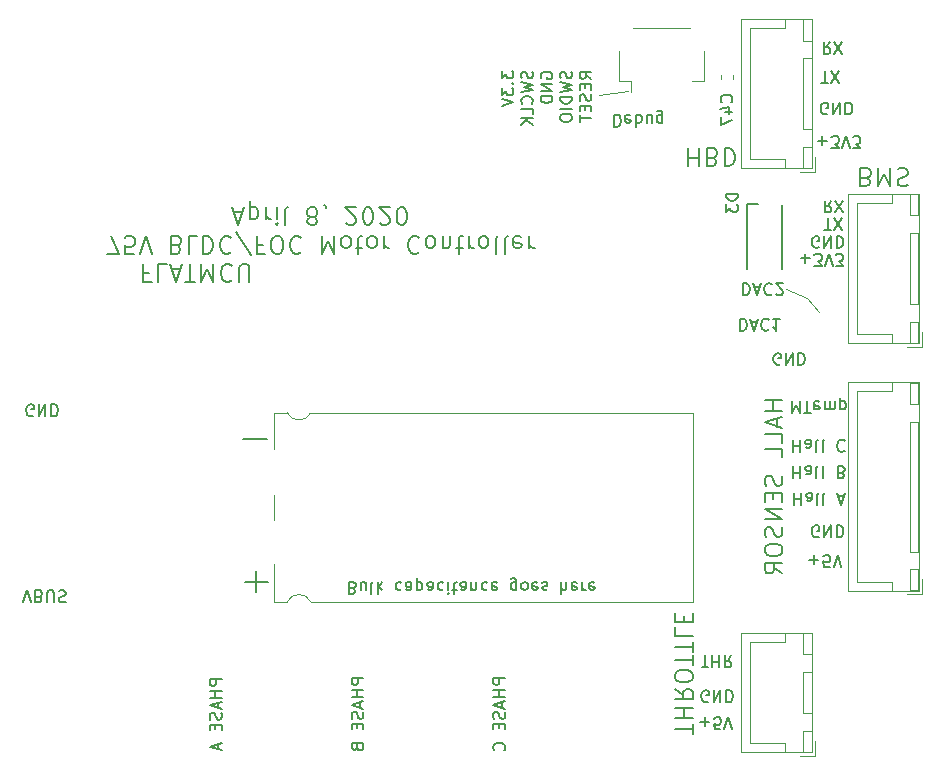
<source format=gbr>
G04 #@! TF.GenerationSoftware,KiCad,Pcbnew,(5.1.2)-2*
G04 #@! TF.CreationDate,2020-04-08T13:50:03-07:00*
G04 #@! TF.ProjectId,flatmcu,666c6174-6d63-4752-9e6b-696361645f70,rev?*
G04 #@! TF.SameCoordinates,PX1312d00PY1312d00*
G04 #@! TF.FileFunction,Legend,Bot*
G04 #@! TF.FilePolarity,Positive*
%FSLAX46Y46*%
G04 Gerber Fmt 4.6, Leading zero omitted, Abs format (unit mm)*
G04 Created by KiCad (PCBNEW (5.1.2)-2) date 2020-04-08 13:50:03*
%MOMM*%
%LPD*%
G04 APERTURE LIST*
%ADD10C,0.120000*%
%ADD11C,0.150000*%
%ADD12C,0.200000*%
G04 APERTURE END LIST*
D10*
X54450000Y-11650000D02*
X56925000Y-11300000D01*
D11*
X46202380Y-9615357D02*
X46202380Y-10234404D01*
X46583333Y-9901071D01*
X46583333Y-10043928D01*
X46630952Y-10139166D01*
X46678571Y-10186785D01*
X46773809Y-10234404D01*
X47011904Y-10234404D01*
X47107142Y-10186785D01*
X47154761Y-10139166D01*
X47202380Y-10043928D01*
X47202380Y-9758214D01*
X47154761Y-9662976D01*
X47107142Y-9615357D01*
X47107142Y-10662976D02*
X47154761Y-10710595D01*
X47202380Y-10662976D01*
X47154761Y-10615357D01*
X47107142Y-10662976D01*
X47202380Y-10662976D01*
X46202380Y-11043928D02*
X46202380Y-11662976D01*
X46583333Y-11329642D01*
X46583333Y-11472500D01*
X46630952Y-11567738D01*
X46678571Y-11615357D01*
X46773809Y-11662976D01*
X47011904Y-11662976D01*
X47107142Y-11615357D01*
X47154761Y-11567738D01*
X47202380Y-11472500D01*
X47202380Y-11186785D01*
X47154761Y-11091547D01*
X47107142Y-11043928D01*
X46202380Y-11948690D02*
X47202380Y-12282023D01*
X46202380Y-12615357D01*
X48804761Y-9662976D02*
X48852380Y-9805833D01*
X48852380Y-10043928D01*
X48804761Y-10139166D01*
X48757142Y-10186785D01*
X48661904Y-10234404D01*
X48566666Y-10234404D01*
X48471428Y-10186785D01*
X48423809Y-10139166D01*
X48376190Y-10043928D01*
X48328571Y-9853452D01*
X48280952Y-9758214D01*
X48233333Y-9710595D01*
X48138095Y-9662976D01*
X48042857Y-9662976D01*
X47947619Y-9710595D01*
X47900000Y-9758214D01*
X47852380Y-9853452D01*
X47852380Y-10091547D01*
X47900000Y-10234404D01*
X47852380Y-10567738D02*
X48852380Y-10805833D01*
X48138095Y-10996309D01*
X48852380Y-11186785D01*
X47852380Y-11424880D01*
X48757142Y-12377261D02*
X48804761Y-12329642D01*
X48852380Y-12186785D01*
X48852380Y-12091547D01*
X48804761Y-11948690D01*
X48709523Y-11853452D01*
X48614285Y-11805833D01*
X48423809Y-11758214D01*
X48280952Y-11758214D01*
X48090476Y-11805833D01*
X47995238Y-11853452D01*
X47900000Y-11948690D01*
X47852380Y-12091547D01*
X47852380Y-12186785D01*
X47900000Y-12329642D01*
X47947619Y-12377261D01*
X48852380Y-13282023D02*
X48852380Y-12805833D01*
X47852380Y-12805833D01*
X48852380Y-13615357D02*
X47852380Y-13615357D01*
X48852380Y-14186785D02*
X48280952Y-13758214D01*
X47852380Y-14186785D02*
X48423809Y-13615357D01*
X49550000Y-10234404D02*
X49502380Y-10139166D01*
X49502380Y-9996309D01*
X49550000Y-9853452D01*
X49645238Y-9758214D01*
X49740476Y-9710595D01*
X49930952Y-9662976D01*
X50073809Y-9662976D01*
X50264285Y-9710595D01*
X50359523Y-9758214D01*
X50454761Y-9853452D01*
X50502380Y-9996309D01*
X50502380Y-10091547D01*
X50454761Y-10234404D01*
X50407142Y-10282023D01*
X50073809Y-10282023D01*
X50073809Y-10091547D01*
X50502380Y-10710595D02*
X49502380Y-10710595D01*
X50502380Y-11282023D01*
X49502380Y-11282023D01*
X50502380Y-11758214D02*
X49502380Y-11758214D01*
X49502380Y-11996309D01*
X49550000Y-12139166D01*
X49645238Y-12234404D01*
X49740476Y-12282023D01*
X49930952Y-12329642D01*
X50073809Y-12329642D01*
X50264285Y-12282023D01*
X50359523Y-12234404D01*
X50454761Y-12139166D01*
X50502380Y-11996309D01*
X50502380Y-11758214D01*
X52104761Y-9662976D02*
X52152380Y-9805833D01*
X52152380Y-10043928D01*
X52104761Y-10139166D01*
X52057142Y-10186785D01*
X51961904Y-10234404D01*
X51866666Y-10234404D01*
X51771428Y-10186785D01*
X51723809Y-10139166D01*
X51676190Y-10043928D01*
X51628571Y-9853452D01*
X51580952Y-9758214D01*
X51533333Y-9710595D01*
X51438095Y-9662976D01*
X51342857Y-9662976D01*
X51247619Y-9710595D01*
X51200000Y-9758214D01*
X51152380Y-9853452D01*
X51152380Y-10091547D01*
X51200000Y-10234404D01*
X51152380Y-10567738D02*
X52152380Y-10805833D01*
X51438095Y-10996309D01*
X52152380Y-11186785D01*
X51152380Y-11424880D01*
X52152380Y-11805833D02*
X51152380Y-11805833D01*
X51152380Y-12043928D01*
X51200000Y-12186785D01*
X51295238Y-12282023D01*
X51390476Y-12329642D01*
X51580952Y-12377261D01*
X51723809Y-12377261D01*
X51914285Y-12329642D01*
X52009523Y-12282023D01*
X52104761Y-12186785D01*
X52152380Y-12043928D01*
X52152380Y-11805833D01*
X52152380Y-12805833D02*
X51152380Y-12805833D01*
X51152380Y-13472500D02*
X51152380Y-13662976D01*
X51200000Y-13758214D01*
X51295238Y-13853452D01*
X51485714Y-13901071D01*
X51819047Y-13901071D01*
X52009523Y-13853452D01*
X52104761Y-13758214D01*
X52152380Y-13662976D01*
X52152380Y-13472500D01*
X52104761Y-13377261D01*
X52009523Y-13282023D01*
X51819047Y-13234404D01*
X51485714Y-13234404D01*
X51295238Y-13282023D01*
X51200000Y-13377261D01*
X51152380Y-13472500D01*
X53802380Y-10282023D02*
X53326190Y-9948690D01*
X53802380Y-9710595D02*
X52802380Y-9710595D01*
X52802380Y-10091547D01*
X52850000Y-10186785D01*
X52897619Y-10234404D01*
X52992857Y-10282023D01*
X53135714Y-10282023D01*
X53230952Y-10234404D01*
X53278571Y-10186785D01*
X53326190Y-10091547D01*
X53326190Y-9710595D01*
X53278571Y-10710595D02*
X53278571Y-11043928D01*
X53802380Y-11186785D02*
X53802380Y-10710595D01*
X52802380Y-10710595D01*
X52802380Y-11186785D01*
X53754761Y-11567738D02*
X53802380Y-11710595D01*
X53802380Y-11948690D01*
X53754761Y-12043928D01*
X53707142Y-12091547D01*
X53611904Y-12139166D01*
X53516666Y-12139166D01*
X53421428Y-12091547D01*
X53373809Y-12043928D01*
X53326190Y-11948690D01*
X53278571Y-11758214D01*
X53230952Y-11662976D01*
X53183333Y-11615357D01*
X53088095Y-11567738D01*
X52992857Y-11567738D01*
X52897619Y-11615357D01*
X52850000Y-11662976D01*
X52802380Y-11758214D01*
X52802380Y-11996309D01*
X52850000Y-12139166D01*
X53278571Y-12567738D02*
X53278571Y-12901071D01*
X53802380Y-13043928D02*
X53802380Y-12567738D01*
X52802380Y-12567738D01*
X52802380Y-13043928D01*
X52802380Y-13329642D02*
X52802380Y-13901071D01*
X53802380Y-13615357D02*
X52802380Y-13615357D01*
D12*
X16350000Y-26757142D02*
X15850000Y-26757142D01*
X15850000Y-25971428D02*
X15850000Y-27471428D01*
X16564285Y-27471428D01*
X17850000Y-25971428D02*
X17135714Y-25971428D01*
X17135714Y-27471428D01*
X18278571Y-26400000D02*
X18992857Y-26400000D01*
X18135714Y-25971428D02*
X18635714Y-27471428D01*
X19135714Y-25971428D01*
X19421428Y-27471428D02*
X20278571Y-27471428D01*
X19850000Y-25971428D02*
X19850000Y-27471428D01*
X20778571Y-25971428D02*
X20778571Y-27471428D01*
X21278571Y-26400000D01*
X21778571Y-27471428D01*
X21778571Y-25971428D01*
X23350000Y-26114285D02*
X23278571Y-26042857D01*
X23064285Y-25971428D01*
X22921428Y-25971428D01*
X22707142Y-26042857D01*
X22564285Y-26185714D01*
X22492857Y-26328571D01*
X22421428Y-26614285D01*
X22421428Y-26828571D01*
X22492857Y-27114285D01*
X22564285Y-27257142D01*
X22707142Y-27400000D01*
X22921428Y-27471428D01*
X23064285Y-27471428D01*
X23278571Y-27400000D01*
X23350000Y-27328571D01*
X23992857Y-27471428D02*
X23992857Y-26257142D01*
X24064285Y-26114285D01*
X24135714Y-26042857D01*
X24278571Y-25971428D01*
X24564285Y-25971428D01*
X24707142Y-26042857D01*
X24778571Y-26114285D01*
X24850000Y-26257142D01*
X24850000Y-27471428D01*
X12778571Y-25096428D02*
X13778571Y-25096428D01*
X13135714Y-23596428D01*
X15064285Y-25096428D02*
X14350000Y-25096428D01*
X14278571Y-24382142D01*
X14350000Y-24453571D01*
X14492857Y-24525000D01*
X14849999Y-24525000D01*
X14992857Y-24453571D01*
X15064285Y-24382142D01*
X15135714Y-24239285D01*
X15135714Y-23882142D01*
X15064285Y-23739285D01*
X14992857Y-23667857D01*
X14849999Y-23596428D01*
X14492857Y-23596428D01*
X14350000Y-23667857D01*
X14278571Y-23739285D01*
X15564285Y-25096428D02*
X16064285Y-23596428D01*
X16564285Y-25096428D01*
X18707142Y-24382142D02*
X18921428Y-24310714D01*
X18992857Y-24239285D01*
X19064285Y-24096428D01*
X19064285Y-23882142D01*
X18992857Y-23739285D01*
X18921428Y-23667857D01*
X18778571Y-23596428D01*
X18207142Y-23596428D01*
X18207142Y-25096428D01*
X18707142Y-25096428D01*
X18849999Y-25025000D01*
X18921428Y-24953571D01*
X18992857Y-24810714D01*
X18992857Y-24667857D01*
X18921428Y-24525000D01*
X18849999Y-24453571D01*
X18707142Y-24382142D01*
X18207142Y-24382142D01*
X20421428Y-23596428D02*
X19707142Y-23596428D01*
X19707142Y-25096428D01*
X20921428Y-23596428D02*
X20921428Y-25096428D01*
X21278571Y-25096428D01*
X21492857Y-25025000D01*
X21635714Y-24882142D01*
X21707142Y-24739285D01*
X21778571Y-24453571D01*
X21778571Y-24239285D01*
X21707142Y-23953571D01*
X21635714Y-23810714D01*
X21492857Y-23667857D01*
X21278571Y-23596428D01*
X20921428Y-23596428D01*
X23278571Y-23739285D02*
X23207142Y-23667857D01*
X22992857Y-23596428D01*
X22849999Y-23596428D01*
X22635714Y-23667857D01*
X22492857Y-23810714D01*
X22421428Y-23953571D01*
X22349999Y-24239285D01*
X22349999Y-24453571D01*
X22421428Y-24739285D01*
X22492857Y-24882142D01*
X22635714Y-25025000D01*
X22849999Y-25096428D01*
X22992857Y-25096428D01*
X23207142Y-25025000D01*
X23278571Y-24953571D01*
X24992857Y-25167857D02*
X23707142Y-23239285D01*
X25992857Y-24382142D02*
X25492857Y-24382142D01*
X25492857Y-23596428D02*
X25492857Y-25096428D01*
X26207142Y-25096428D01*
X27064285Y-25096428D02*
X27349999Y-25096428D01*
X27492857Y-25025000D01*
X27635714Y-24882142D01*
X27707142Y-24596428D01*
X27707142Y-24096428D01*
X27635714Y-23810714D01*
X27492857Y-23667857D01*
X27349999Y-23596428D01*
X27064285Y-23596428D01*
X26921428Y-23667857D01*
X26778571Y-23810714D01*
X26707142Y-24096428D01*
X26707142Y-24596428D01*
X26778571Y-24882142D01*
X26921428Y-25025000D01*
X27064285Y-25096428D01*
X29207142Y-23739285D02*
X29135714Y-23667857D01*
X28921428Y-23596428D01*
X28778571Y-23596428D01*
X28564285Y-23667857D01*
X28421428Y-23810714D01*
X28349999Y-23953571D01*
X28278571Y-24239285D01*
X28278571Y-24453571D01*
X28349999Y-24739285D01*
X28421428Y-24882142D01*
X28564285Y-25025000D01*
X28778571Y-25096428D01*
X28921428Y-25096428D01*
X29135714Y-25025000D01*
X29207142Y-24953571D01*
X30992857Y-23596428D02*
X30992857Y-25096428D01*
X31492857Y-24025000D01*
X31992857Y-25096428D01*
X31992857Y-23596428D01*
X32921428Y-23596428D02*
X32778571Y-23667857D01*
X32707142Y-23739285D01*
X32635714Y-23882142D01*
X32635714Y-24310714D01*
X32707142Y-24453571D01*
X32778571Y-24525000D01*
X32921428Y-24596428D01*
X33135714Y-24596428D01*
X33278571Y-24525000D01*
X33349999Y-24453571D01*
X33421428Y-24310714D01*
X33421428Y-23882142D01*
X33349999Y-23739285D01*
X33278571Y-23667857D01*
X33135714Y-23596428D01*
X32921428Y-23596428D01*
X33849999Y-24596428D02*
X34421428Y-24596428D01*
X34064285Y-25096428D02*
X34064285Y-23810714D01*
X34135714Y-23667857D01*
X34278571Y-23596428D01*
X34421428Y-23596428D01*
X35135714Y-23596428D02*
X34992857Y-23667857D01*
X34921428Y-23739285D01*
X34849999Y-23882142D01*
X34849999Y-24310714D01*
X34921428Y-24453571D01*
X34992857Y-24525000D01*
X35135714Y-24596428D01*
X35349999Y-24596428D01*
X35492857Y-24525000D01*
X35564285Y-24453571D01*
X35635714Y-24310714D01*
X35635714Y-23882142D01*
X35564285Y-23739285D01*
X35492857Y-23667857D01*
X35349999Y-23596428D01*
X35135714Y-23596428D01*
X36278571Y-23596428D02*
X36278571Y-24596428D01*
X36278571Y-24310714D02*
X36349999Y-24453571D01*
X36421428Y-24525000D01*
X36564285Y-24596428D01*
X36707142Y-24596428D01*
X39207142Y-23739285D02*
X39135714Y-23667857D01*
X38921428Y-23596428D01*
X38778571Y-23596428D01*
X38564285Y-23667857D01*
X38421428Y-23810714D01*
X38349999Y-23953571D01*
X38278571Y-24239285D01*
X38278571Y-24453571D01*
X38349999Y-24739285D01*
X38421428Y-24882142D01*
X38564285Y-25025000D01*
X38778571Y-25096428D01*
X38921428Y-25096428D01*
X39135714Y-25025000D01*
X39207142Y-24953571D01*
X40064285Y-23596428D02*
X39921428Y-23667857D01*
X39849999Y-23739285D01*
X39778571Y-23882142D01*
X39778571Y-24310714D01*
X39849999Y-24453571D01*
X39921428Y-24525000D01*
X40064285Y-24596428D01*
X40278571Y-24596428D01*
X40421428Y-24525000D01*
X40492857Y-24453571D01*
X40564285Y-24310714D01*
X40564285Y-23882142D01*
X40492857Y-23739285D01*
X40421428Y-23667857D01*
X40278571Y-23596428D01*
X40064285Y-23596428D01*
X41207142Y-24596428D02*
X41207142Y-23596428D01*
X41207142Y-24453571D02*
X41278571Y-24525000D01*
X41421428Y-24596428D01*
X41635714Y-24596428D01*
X41778571Y-24525000D01*
X41849999Y-24382142D01*
X41849999Y-23596428D01*
X42349999Y-24596428D02*
X42921428Y-24596428D01*
X42564285Y-25096428D02*
X42564285Y-23810714D01*
X42635714Y-23667857D01*
X42778571Y-23596428D01*
X42921428Y-23596428D01*
X43421428Y-23596428D02*
X43421428Y-24596428D01*
X43421428Y-24310714D02*
X43492857Y-24453571D01*
X43564285Y-24525000D01*
X43707142Y-24596428D01*
X43849999Y-24596428D01*
X44564285Y-23596428D02*
X44421428Y-23667857D01*
X44349999Y-23739285D01*
X44278571Y-23882142D01*
X44278571Y-24310714D01*
X44349999Y-24453571D01*
X44421428Y-24525000D01*
X44564285Y-24596428D01*
X44778571Y-24596428D01*
X44921428Y-24525000D01*
X44992857Y-24453571D01*
X45064285Y-24310714D01*
X45064285Y-23882142D01*
X44992857Y-23739285D01*
X44921428Y-23667857D01*
X44778571Y-23596428D01*
X44564285Y-23596428D01*
X45921428Y-23596428D02*
X45778571Y-23667857D01*
X45707142Y-23810714D01*
X45707142Y-25096428D01*
X46707142Y-23596428D02*
X46564285Y-23667857D01*
X46492857Y-23810714D01*
X46492857Y-25096428D01*
X47849999Y-23667857D02*
X47707142Y-23596428D01*
X47421428Y-23596428D01*
X47278571Y-23667857D01*
X47207142Y-23810714D01*
X47207142Y-24382142D01*
X47278571Y-24525000D01*
X47421428Y-24596428D01*
X47707142Y-24596428D01*
X47849999Y-24525000D01*
X47921428Y-24382142D01*
X47921428Y-24239285D01*
X47207142Y-24096428D01*
X48564285Y-23596428D02*
X48564285Y-24596428D01*
X48564285Y-24310714D02*
X48635714Y-24453571D01*
X48707142Y-24525000D01*
X48849999Y-24596428D01*
X48992857Y-24596428D01*
X23528571Y-21575000D02*
X24242857Y-21575000D01*
X23385714Y-21146428D02*
X23885714Y-22646428D01*
X24385714Y-21146428D01*
X24885714Y-22146428D02*
X24885714Y-20646428D01*
X24885714Y-22075000D02*
X25028571Y-22146428D01*
X25314285Y-22146428D01*
X25457142Y-22075000D01*
X25528571Y-22003571D01*
X25600000Y-21860714D01*
X25600000Y-21432142D01*
X25528571Y-21289285D01*
X25457142Y-21217857D01*
X25314285Y-21146428D01*
X25028571Y-21146428D01*
X24885714Y-21217857D01*
X26242857Y-21146428D02*
X26242857Y-22146428D01*
X26242857Y-21860714D02*
X26314285Y-22003571D01*
X26385714Y-22075000D01*
X26528571Y-22146428D01*
X26671428Y-22146428D01*
X27171428Y-21146428D02*
X27171428Y-22146428D01*
X27171428Y-22646428D02*
X27100000Y-22575000D01*
X27171428Y-22503571D01*
X27242857Y-22575000D01*
X27171428Y-22646428D01*
X27171428Y-22503571D01*
X28100000Y-21146428D02*
X27957142Y-21217857D01*
X27885714Y-21360714D01*
X27885714Y-22646428D01*
X30028571Y-22003571D02*
X29885714Y-22075000D01*
X29814285Y-22146428D01*
X29742857Y-22289285D01*
X29742857Y-22360714D01*
X29814285Y-22503571D01*
X29885714Y-22575000D01*
X30028571Y-22646428D01*
X30314285Y-22646428D01*
X30457142Y-22575000D01*
X30528571Y-22503571D01*
X30600000Y-22360714D01*
X30600000Y-22289285D01*
X30528571Y-22146428D01*
X30457142Y-22075000D01*
X30314285Y-22003571D01*
X30028571Y-22003571D01*
X29885714Y-21932142D01*
X29814285Y-21860714D01*
X29742857Y-21717857D01*
X29742857Y-21432142D01*
X29814285Y-21289285D01*
X29885714Y-21217857D01*
X30028571Y-21146428D01*
X30314285Y-21146428D01*
X30457142Y-21217857D01*
X30528571Y-21289285D01*
X30600000Y-21432142D01*
X30600000Y-21717857D01*
X30528571Y-21860714D01*
X30457142Y-21932142D01*
X30314285Y-22003571D01*
X31314285Y-21217857D02*
X31314285Y-21146428D01*
X31242857Y-21003571D01*
X31171428Y-20932142D01*
X33028571Y-22503571D02*
X33100000Y-22575000D01*
X33242857Y-22646428D01*
X33600000Y-22646428D01*
X33742857Y-22575000D01*
X33814285Y-22503571D01*
X33885714Y-22360714D01*
X33885714Y-22217857D01*
X33814285Y-22003571D01*
X32957142Y-21146428D01*
X33885714Y-21146428D01*
X34814285Y-22646428D02*
X34957142Y-22646428D01*
X35100000Y-22575000D01*
X35171428Y-22503571D01*
X35242857Y-22360714D01*
X35314285Y-22075000D01*
X35314285Y-21717857D01*
X35242857Y-21432142D01*
X35171428Y-21289285D01*
X35100000Y-21217857D01*
X34957142Y-21146428D01*
X34814285Y-21146428D01*
X34671428Y-21217857D01*
X34600000Y-21289285D01*
X34528571Y-21432142D01*
X34457142Y-21717857D01*
X34457142Y-22075000D01*
X34528571Y-22360714D01*
X34600000Y-22503571D01*
X34671428Y-22575000D01*
X34814285Y-22646428D01*
X35885714Y-22503571D02*
X35957142Y-22575000D01*
X36100000Y-22646428D01*
X36457142Y-22646428D01*
X36600000Y-22575000D01*
X36671428Y-22503571D01*
X36742857Y-22360714D01*
X36742857Y-22217857D01*
X36671428Y-22003571D01*
X35814285Y-21146428D01*
X36742857Y-21146428D01*
X37671428Y-22646428D02*
X37814285Y-22646428D01*
X37957142Y-22575000D01*
X38028571Y-22503571D01*
X38100000Y-22360714D01*
X38171428Y-22075000D01*
X38171428Y-21717857D01*
X38100000Y-21432142D01*
X38028571Y-21289285D01*
X37957142Y-21217857D01*
X37814285Y-21146428D01*
X37671428Y-21146428D01*
X37528571Y-21217857D01*
X37457142Y-21289285D01*
X37385714Y-21432142D01*
X37314285Y-21717857D01*
X37314285Y-22075000D01*
X37385714Y-22360714D01*
X37457142Y-22503571D01*
X37528571Y-22575000D01*
X37671428Y-22646428D01*
D10*
X28050000Y-38550000D02*
X26950000Y-38550000D01*
X30049999Y-38550000D02*
G75*
G02X28050001Y-38549999I-999999J500000D01*
G01*
X26950000Y-54550000D02*
X28050001Y-54550000D01*
X28050001Y-54550000D02*
G75*
G02X30049999Y-54550001I999999J-500000D01*
G01*
D12*
X26350000Y-40750000D02*
X24350000Y-40750000D01*
X25450000Y-53750000D02*
X25450000Y-51950000D01*
X26450000Y-52850000D02*
X24450000Y-52850000D01*
D11*
X33602380Y-53421428D02*
X33745238Y-53373809D01*
X33792857Y-53326190D01*
X33840476Y-53230952D01*
X33840476Y-53088095D01*
X33792857Y-52992857D01*
X33745238Y-52945238D01*
X33650000Y-52897619D01*
X33269047Y-52897619D01*
X33269047Y-53897619D01*
X33602380Y-53897619D01*
X33697619Y-53850000D01*
X33745238Y-53802380D01*
X33792857Y-53707142D01*
X33792857Y-53611904D01*
X33745238Y-53516666D01*
X33697619Y-53469047D01*
X33602380Y-53421428D01*
X33269047Y-53421428D01*
X34697619Y-53564285D02*
X34697619Y-52897619D01*
X34269047Y-53564285D02*
X34269047Y-53040476D01*
X34316666Y-52945238D01*
X34411904Y-52897619D01*
X34554761Y-52897619D01*
X34650000Y-52945238D01*
X34697619Y-52992857D01*
X35316666Y-52897619D02*
X35221428Y-52945238D01*
X35173809Y-53040476D01*
X35173809Y-53897619D01*
X35697619Y-52897619D02*
X35697619Y-53897619D01*
X35792857Y-53278571D02*
X36078571Y-52897619D01*
X36078571Y-53564285D02*
X35697619Y-53183333D01*
X37697619Y-52945238D02*
X37602380Y-52897619D01*
X37411904Y-52897619D01*
X37316666Y-52945238D01*
X37269047Y-52992857D01*
X37221428Y-53088095D01*
X37221428Y-53373809D01*
X37269047Y-53469047D01*
X37316666Y-53516666D01*
X37411904Y-53564285D01*
X37602380Y-53564285D01*
X37697619Y-53516666D01*
X38554761Y-52897619D02*
X38554761Y-53421428D01*
X38507142Y-53516666D01*
X38411904Y-53564285D01*
X38221428Y-53564285D01*
X38126190Y-53516666D01*
X38554761Y-52945238D02*
X38459523Y-52897619D01*
X38221428Y-52897619D01*
X38126190Y-52945238D01*
X38078571Y-53040476D01*
X38078571Y-53135714D01*
X38126190Y-53230952D01*
X38221428Y-53278571D01*
X38459523Y-53278571D01*
X38554761Y-53326190D01*
X39030952Y-53564285D02*
X39030952Y-52564285D01*
X39030952Y-53516666D02*
X39126190Y-53564285D01*
X39316666Y-53564285D01*
X39411904Y-53516666D01*
X39459523Y-53469047D01*
X39507142Y-53373809D01*
X39507142Y-53088095D01*
X39459523Y-52992857D01*
X39411904Y-52945238D01*
X39316666Y-52897619D01*
X39126190Y-52897619D01*
X39030952Y-52945238D01*
X40364285Y-52897619D02*
X40364285Y-53421428D01*
X40316666Y-53516666D01*
X40221428Y-53564285D01*
X40030952Y-53564285D01*
X39935714Y-53516666D01*
X40364285Y-52945238D02*
X40269047Y-52897619D01*
X40030952Y-52897619D01*
X39935714Y-52945238D01*
X39888095Y-53040476D01*
X39888095Y-53135714D01*
X39935714Y-53230952D01*
X40030952Y-53278571D01*
X40269047Y-53278571D01*
X40364285Y-53326190D01*
X41269047Y-52945238D02*
X41173809Y-52897619D01*
X40983333Y-52897619D01*
X40888095Y-52945238D01*
X40840476Y-52992857D01*
X40792857Y-53088095D01*
X40792857Y-53373809D01*
X40840476Y-53469047D01*
X40888095Y-53516666D01*
X40983333Y-53564285D01*
X41173809Y-53564285D01*
X41269047Y-53516666D01*
X41697619Y-52897619D02*
X41697619Y-53564285D01*
X41697619Y-53897619D02*
X41649999Y-53850000D01*
X41697619Y-53802380D01*
X41745238Y-53850000D01*
X41697619Y-53897619D01*
X41697619Y-53802380D01*
X42030952Y-53564285D02*
X42411904Y-53564285D01*
X42173809Y-53897619D02*
X42173809Y-53040476D01*
X42221428Y-52945238D01*
X42316666Y-52897619D01*
X42411904Y-52897619D01*
X43173809Y-52897619D02*
X43173809Y-53421428D01*
X43126190Y-53516666D01*
X43030952Y-53564285D01*
X42840476Y-53564285D01*
X42745238Y-53516666D01*
X43173809Y-52945238D02*
X43078571Y-52897619D01*
X42840476Y-52897619D01*
X42745238Y-52945238D01*
X42697619Y-53040476D01*
X42697619Y-53135714D01*
X42745238Y-53230952D01*
X42840476Y-53278571D01*
X43078571Y-53278571D01*
X43173809Y-53326190D01*
X43649999Y-53564285D02*
X43649999Y-52897619D01*
X43649999Y-53469047D02*
X43697619Y-53516666D01*
X43792857Y-53564285D01*
X43935714Y-53564285D01*
X44030952Y-53516666D01*
X44078571Y-53421428D01*
X44078571Y-52897619D01*
X44983333Y-52945238D02*
X44888095Y-52897619D01*
X44697619Y-52897619D01*
X44602380Y-52945238D01*
X44554761Y-52992857D01*
X44507142Y-53088095D01*
X44507142Y-53373809D01*
X44554761Y-53469047D01*
X44602380Y-53516666D01*
X44697619Y-53564285D01*
X44888095Y-53564285D01*
X44983333Y-53516666D01*
X45792857Y-52945238D02*
X45697619Y-52897619D01*
X45507142Y-52897619D01*
X45411904Y-52945238D01*
X45364285Y-53040476D01*
X45364285Y-53421428D01*
X45411904Y-53516666D01*
X45507142Y-53564285D01*
X45697619Y-53564285D01*
X45792857Y-53516666D01*
X45840476Y-53421428D01*
X45840476Y-53326190D01*
X45364285Y-53230952D01*
X47459523Y-53564285D02*
X47459523Y-52754761D01*
X47411904Y-52659523D01*
X47364285Y-52611904D01*
X47269047Y-52564285D01*
X47126190Y-52564285D01*
X47030952Y-52611904D01*
X47459523Y-52945238D02*
X47364285Y-52897619D01*
X47173809Y-52897619D01*
X47078571Y-52945238D01*
X47030952Y-52992857D01*
X46983333Y-53088095D01*
X46983333Y-53373809D01*
X47030952Y-53469047D01*
X47078571Y-53516666D01*
X47173809Y-53564285D01*
X47364285Y-53564285D01*
X47459523Y-53516666D01*
X48078571Y-52897619D02*
X47983333Y-52945238D01*
X47935714Y-52992857D01*
X47888095Y-53088095D01*
X47888095Y-53373809D01*
X47935714Y-53469047D01*
X47983333Y-53516666D01*
X48078571Y-53564285D01*
X48221428Y-53564285D01*
X48316666Y-53516666D01*
X48364285Y-53469047D01*
X48411904Y-53373809D01*
X48411904Y-53088095D01*
X48364285Y-52992857D01*
X48316666Y-52945238D01*
X48221428Y-52897619D01*
X48078571Y-52897619D01*
X49221428Y-52945238D02*
X49126190Y-52897619D01*
X48935714Y-52897619D01*
X48840476Y-52945238D01*
X48792857Y-53040476D01*
X48792857Y-53421428D01*
X48840476Y-53516666D01*
X48935714Y-53564285D01*
X49126190Y-53564285D01*
X49221428Y-53516666D01*
X49269047Y-53421428D01*
X49269047Y-53326190D01*
X48792857Y-53230952D01*
X49650000Y-52945238D02*
X49745238Y-52897619D01*
X49935714Y-52897619D01*
X50030952Y-52945238D01*
X50078571Y-53040476D01*
X50078571Y-53088095D01*
X50030952Y-53183333D01*
X49935714Y-53230952D01*
X49792857Y-53230952D01*
X49697619Y-53278571D01*
X49650000Y-53373809D01*
X49650000Y-53421428D01*
X49697619Y-53516666D01*
X49792857Y-53564285D01*
X49935714Y-53564285D01*
X50030952Y-53516666D01*
X51269047Y-52897619D02*
X51269047Y-53897619D01*
X51697619Y-52897619D02*
X51697619Y-53421428D01*
X51650000Y-53516666D01*
X51554761Y-53564285D01*
X51411904Y-53564285D01*
X51316666Y-53516666D01*
X51269047Y-53469047D01*
X52554761Y-52945238D02*
X52459523Y-52897619D01*
X52269047Y-52897619D01*
X52173809Y-52945238D01*
X52126190Y-53040476D01*
X52126190Y-53421428D01*
X52173809Y-53516666D01*
X52269047Y-53564285D01*
X52459523Y-53564285D01*
X52554761Y-53516666D01*
X52602380Y-53421428D01*
X52602380Y-53326190D01*
X52126190Y-53230952D01*
X53030952Y-52897619D02*
X53030952Y-53564285D01*
X53030952Y-53373809D02*
X53078571Y-53469047D01*
X53126190Y-53516666D01*
X53221428Y-53564285D01*
X53316666Y-53564285D01*
X54030952Y-52945238D02*
X53935714Y-52897619D01*
X53745238Y-52897619D01*
X53650000Y-52945238D01*
X53602380Y-53040476D01*
X53602380Y-53421428D01*
X53650000Y-53516666D01*
X53745238Y-53564285D01*
X53935714Y-53564285D01*
X54030952Y-53516666D01*
X54078571Y-53421428D01*
X54078571Y-53326190D01*
X53602380Y-53230952D01*
D10*
X62450000Y-38550000D02*
X30049999Y-38550000D01*
X62450000Y-54550000D02*
X62450000Y-38550000D01*
X30049999Y-54550001D02*
X62450000Y-54550000D01*
X26950000Y-38550000D02*
X26950000Y-41650000D01*
X26950000Y-54550000D02*
X26950000Y-51350000D01*
X26950000Y-45550000D02*
X26950000Y-47650000D01*
D11*
X55727380Y-13322619D02*
X55727380Y-14322619D01*
X55965476Y-14322619D01*
X56108333Y-14275000D01*
X56203571Y-14179761D01*
X56251190Y-14084523D01*
X56298809Y-13894047D01*
X56298809Y-13751190D01*
X56251190Y-13560714D01*
X56203571Y-13465476D01*
X56108333Y-13370238D01*
X55965476Y-13322619D01*
X55727380Y-13322619D01*
X57108333Y-13370238D02*
X57013095Y-13322619D01*
X56822619Y-13322619D01*
X56727380Y-13370238D01*
X56679761Y-13465476D01*
X56679761Y-13846428D01*
X56727380Y-13941666D01*
X56822619Y-13989285D01*
X57013095Y-13989285D01*
X57108333Y-13941666D01*
X57155952Y-13846428D01*
X57155952Y-13751190D01*
X56679761Y-13655952D01*
X57584523Y-13322619D02*
X57584523Y-14322619D01*
X57584523Y-13941666D02*
X57679761Y-13989285D01*
X57870238Y-13989285D01*
X57965476Y-13941666D01*
X58013095Y-13894047D01*
X58060714Y-13798809D01*
X58060714Y-13513095D01*
X58013095Y-13417857D01*
X57965476Y-13370238D01*
X57870238Y-13322619D01*
X57679761Y-13322619D01*
X57584523Y-13370238D01*
X58917857Y-13989285D02*
X58917857Y-13322619D01*
X58489285Y-13989285D02*
X58489285Y-13465476D01*
X58536904Y-13370238D01*
X58632142Y-13322619D01*
X58775000Y-13322619D01*
X58870238Y-13370238D01*
X58917857Y-13417857D01*
X59822619Y-13989285D02*
X59822619Y-13179761D01*
X59775000Y-13084523D01*
X59727380Y-13036904D01*
X59632142Y-12989285D01*
X59489285Y-12989285D01*
X59394047Y-13036904D01*
X59822619Y-13370238D02*
X59727380Y-13322619D01*
X59536904Y-13322619D01*
X59441666Y-13370238D01*
X59394047Y-13417857D01*
X59346428Y-13513095D01*
X59346428Y-13798809D01*
X59394047Y-13894047D01*
X59441666Y-13941666D01*
X59536904Y-13989285D01*
X59727380Y-13989285D01*
X59822619Y-13941666D01*
X62021428Y-16171428D02*
X62021428Y-17671428D01*
X62021428Y-16957142D02*
X62878571Y-16957142D01*
X62878571Y-16171428D02*
X62878571Y-17671428D01*
X64092857Y-16957142D02*
X64307142Y-16885714D01*
X64378571Y-16814285D01*
X64450000Y-16671428D01*
X64450000Y-16457142D01*
X64378571Y-16314285D01*
X64307142Y-16242857D01*
X64164285Y-16171428D01*
X63592857Y-16171428D01*
X63592857Y-17671428D01*
X64092857Y-17671428D01*
X64235714Y-17600000D01*
X64307142Y-17528571D01*
X64378571Y-17385714D01*
X64378571Y-17242857D01*
X64307142Y-17100000D01*
X64235714Y-17028571D01*
X64092857Y-16957142D01*
X63592857Y-16957142D01*
X65092857Y-16171428D02*
X65092857Y-17671428D01*
X65450000Y-17671428D01*
X65664285Y-17600000D01*
X65807142Y-17457142D01*
X65878571Y-17314285D01*
X65950000Y-17028571D01*
X65950000Y-16814285D01*
X65878571Y-16528571D01*
X65807142Y-16385714D01*
X65664285Y-16242857D01*
X65450000Y-16171428D01*
X65092857Y-16171428D01*
X73788095Y-13250000D02*
X73692857Y-13297619D01*
X73550000Y-13297619D01*
X73407142Y-13250000D01*
X73311904Y-13154761D01*
X73264285Y-13059523D01*
X73216666Y-12869047D01*
X73216666Y-12726190D01*
X73264285Y-12535714D01*
X73311904Y-12440476D01*
X73407142Y-12345238D01*
X73550000Y-12297619D01*
X73645238Y-12297619D01*
X73788095Y-12345238D01*
X73835714Y-12392857D01*
X73835714Y-12726190D01*
X73645238Y-12726190D01*
X74264285Y-12297619D02*
X74264285Y-13297619D01*
X74835714Y-12297619D01*
X74835714Y-13297619D01*
X75311904Y-12297619D02*
X75311904Y-13297619D01*
X75550000Y-13297619D01*
X75692857Y-13250000D01*
X75788095Y-13154761D01*
X75835714Y-13059523D01*
X75883333Y-12869047D01*
X75883333Y-12726190D01*
X75835714Y-12535714D01*
X75788095Y-12440476D01*
X75692857Y-12345238D01*
X75550000Y-12297619D01*
X75311904Y-12297619D01*
X73288095Y-10597619D02*
X73859523Y-10597619D01*
X73573809Y-9597619D02*
X73573809Y-10597619D01*
X74097619Y-10597619D02*
X74764285Y-9597619D01*
X74764285Y-10597619D02*
X74097619Y-9597619D01*
X72988095Y-15528571D02*
X73750000Y-15528571D01*
X73369047Y-15147619D02*
X73369047Y-15909523D01*
X74130952Y-16147619D02*
X74750000Y-16147619D01*
X74416666Y-15766666D01*
X74559523Y-15766666D01*
X74654761Y-15719047D01*
X74702380Y-15671428D01*
X74750000Y-15576190D01*
X74750000Y-15338095D01*
X74702380Y-15242857D01*
X74654761Y-15195238D01*
X74559523Y-15147619D01*
X74273809Y-15147619D01*
X74178571Y-15195238D01*
X74130952Y-15242857D01*
X75035714Y-16147619D02*
X75369047Y-15147619D01*
X75702380Y-16147619D01*
X75940476Y-16147619D02*
X76559523Y-16147619D01*
X76226190Y-15766666D01*
X76369047Y-15766666D01*
X76464285Y-15719047D01*
X76511904Y-15671428D01*
X76559523Y-15576190D01*
X76559523Y-15338095D01*
X76511904Y-15242857D01*
X76464285Y-15195238D01*
X76369047Y-15147619D01*
X76083333Y-15147619D01*
X75988095Y-15195238D01*
X75940476Y-15242857D01*
X74033333Y-7147619D02*
X73700000Y-7623809D01*
X73461904Y-7147619D02*
X73461904Y-8147619D01*
X73842857Y-8147619D01*
X73938095Y-8100000D01*
X73985714Y-8052380D01*
X74033333Y-7957142D01*
X74033333Y-7814285D01*
X73985714Y-7719047D01*
X73938095Y-7671428D01*
X73842857Y-7623809D01*
X73461904Y-7623809D01*
X74366666Y-8147619D02*
X75033333Y-7147619D01*
X75033333Y-8147619D02*
X74366666Y-7147619D01*
X74133333Y-20597619D02*
X73800000Y-21073809D01*
X73561904Y-20597619D02*
X73561904Y-21597619D01*
X73942857Y-21597619D01*
X74038095Y-21550000D01*
X74085714Y-21502380D01*
X74133333Y-21407142D01*
X74133333Y-21264285D01*
X74085714Y-21169047D01*
X74038095Y-21121428D01*
X73942857Y-21073809D01*
X73561904Y-21073809D01*
X74466666Y-21597619D02*
X75133333Y-20597619D01*
X75133333Y-21597619D02*
X74466666Y-20597619D01*
X73538095Y-23097619D02*
X74109523Y-23097619D01*
X73823809Y-22097619D02*
X73823809Y-23097619D01*
X74347619Y-23097619D02*
X75014285Y-22097619D01*
X75014285Y-23097619D02*
X74347619Y-22097619D01*
X73038095Y-24550000D02*
X72942857Y-24597619D01*
X72800000Y-24597619D01*
X72657142Y-24550000D01*
X72561904Y-24454761D01*
X72514285Y-24359523D01*
X72466666Y-24169047D01*
X72466666Y-24026190D01*
X72514285Y-23835714D01*
X72561904Y-23740476D01*
X72657142Y-23645238D01*
X72800000Y-23597619D01*
X72895238Y-23597619D01*
X73038095Y-23645238D01*
X73085714Y-23692857D01*
X73085714Y-24026190D01*
X72895238Y-24026190D01*
X73514285Y-23597619D02*
X73514285Y-24597619D01*
X74085714Y-23597619D01*
X74085714Y-24597619D01*
X74561904Y-23597619D02*
X74561904Y-24597619D01*
X74800000Y-24597619D01*
X74942857Y-24550000D01*
X75038095Y-24454761D01*
X75085714Y-24359523D01*
X75133333Y-24169047D01*
X75133333Y-24026190D01*
X75085714Y-23835714D01*
X75038095Y-23740476D01*
X74942857Y-23645238D01*
X74800000Y-23597619D01*
X74561904Y-23597619D01*
X71538095Y-25478571D02*
X72300000Y-25478571D01*
X71919047Y-25097619D02*
X71919047Y-25859523D01*
X72680952Y-26097619D02*
X73300000Y-26097619D01*
X72966666Y-25716666D01*
X73109523Y-25716666D01*
X73204761Y-25669047D01*
X73252380Y-25621428D01*
X73300000Y-25526190D01*
X73300000Y-25288095D01*
X73252380Y-25192857D01*
X73204761Y-25145238D01*
X73109523Y-25097619D01*
X72823809Y-25097619D01*
X72728571Y-25145238D01*
X72680952Y-25192857D01*
X73585714Y-26097619D02*
X73919047Y-25097619D01*
X74252380Y-26097619D01*
X74490476Y-26097619D02*
X75109523Y-26097619D01*
X74776190Y-25716666D01*
X74919047Y-25716666D01*
X75014285Y-25669047D01*
X75061904Y-25621428D01*
X75109523Y-25526190D01*
X75109523Y-25288095D01*
X75061904Y-25192857D01*
X75014285Y-25145238D01*
X74919047Y-25097619D01*
X74633333Y-25097619D01*
X74538095Y-25145238D01*
X74490476Y-25192857D01*
X77085714Y-18657142D02*
X77300000Y-18585714D01*
X77371428Y-18514285D01*
X77442857Y-18371428D01*
X77442857Y-18157142D01*
X77371428Y-18014285D01*
X77300000Y-17942857D01*
X77157142Y-17871428D01*
X76585714Y-17871428D01*
X76585714Y-19371428D01*
X77085714Y-19371428D01*
X77228571Y-19300000D01*
X77300000Y-19228571D01*
X77371428Y-19085714D01*
X77371428Y-18942857D01*
X77300000Y-18800000D01*
X77228571Y-18728571D01*
X77085714Y-18657142D01*
X76585714Y-18657142D01*
X78085714Y-17871428D02*
X78085714Y-19371428D01*
X78585714Y-18300000D01*
X79085714Y-19371428D01*
X79085714Y-17871428D01*
X79728571Y-17942857D02*
X79942857Y-17871428D01*
X80300000Y-17871428D01*
X80442857Y-17942857D01*
X80514285Y-18014285D01*
X80585714Y-18157142D01*
X80585714Y-18300000D01*
X80514285Y-18442857D01*
X80442857Y-18514285D01*
X80300000Y-18585714D01*
X80014285Y-18657142D01*
X79871428Y-18728571D01*
X79800000Y-18800000D01*
X79728571Y-18942857D01*
X79728571Y-19085714D01*
X79800000Y-19228571D01*
X79871428Y-19300000D01*
X80014285Y-19371428D01*
X80371428Y-19371428D01*
X80585714Y-19300000D01*
X70788095Y-37597619D02*
X70788095Y-38597619D01*
X71121428Y-37883333D01*
X71454761Y-38597619D01*
X71454761Y-37597619D01*
X71788095Y-38597619D02*
X72359523Y-38597619D01*
X72073809Y-37597619D02*
X72073809Y-38597619D01*
X73073809Y-37645238D02*
X72978571Y-37597619D01*
X72788095Y-37597619D01*
X72692857Y-37645238D01*
X72645238Y-37740476D01*
X72645238Y-38121428D01*
X72692857Y-38216666D01*
X72788095Y-38264285D01*
X72978571Y-38264285D01*
X73073809Y-38216666D01*
X73121428Y-38121428D01*
X73121428Y-38026190D01*
X72645238Y-37930952D01*
X73550000Y-37597619D02*
X73550000Y-38264285D01*
X73550000Y-38169047D02*
X73597619Y-38216666D01*
X73692857Y-38264285D01*
X73835714Y-38264285D01*
X73930952Y-38216666D01*
X73978571Y-38121428D01*
X73978571Y-37597619D01*
X73978571Y-38121428D02*
X74026190Y-38216666D01*
X74121428Y-38264285D01*
X74264285Y-38264285D01*
X74359523Y-38216666D01*
X74407142Y-38121428D01*
X74407142Y-37597619D01*
X74883333Y-38264285D02*
X74883333Y-37264285D01*
X74883333Y-38216666D02*
X74978571Y-38264285D01*
X75169047Y-38264285D01*
X75264285Y-38216666D01*
X75311904Y-38169047D01*
X75359523Y-38073809D01*
X75359523Y-37788095D01*
X75311904Y-37692857D01*
X75264285Y-37645238D01*
X75169047Y-37597619D01*
X74978571Y-37597619D01*
X74883333Y-37645238D01*
X70907142Y-40847619D02*
X70907142Y-41847619D01*
X70907142Y-41371428D02*
X71478571Y-41371428D01*
X71478571Y-40847619D02*
X71478571Y-41847619D01*
X72383333Y-40847619D02*
X72383333Y-41371428D01*
X72335714Y-41466666D01*
X72240476Y-41514285D01*
X72050000Y-41514285D01*
X71954761Y-41466666D01*
X72383333Y-40895238D02*
X72288095Y-40847619D01*
X72050000Y-40847619D01*
X71954761Y-40895238D01*
X71907142Y-40990476D01*
X71907142Y-41085714D01*
X71954761Y-41180952D01*
X72050000Y-41228571D01*
X72288095Y-41228571D01*
X72383333Y-41276190D01*
X73002380Y-40847619D02*
X72907142Y-40895238D01*
X72859523Y-40990476D01*
X72859523Y-41847619D01*
X73526190Y-40847619D02*
X73430952Y-40895238D01*
X73383333Y-40990476D01*
X73383333Y-41847619D01*
X75240476Y-40942857D02*
X75192857Y-40895238D01*
X75050000Y-40847619D01*
X74954761Y-40847619D01*
X74811904Y-40895238D01*
X74716666Y-40990476D01*
X74669047Y-41085714D01*
X74621428Y-41276190D01*
X74621428Y-41419047D01*
X74669047Y-41609523D01*
X74716666Y-41704761D01*
X74811904Y-41800000D01*
X74954761Y-41847619D01*
X75050000Y-41847619D01*
X75192857Y-41800000D01*
X75240476Y-41752380D01*
X70907142Y-43097619D02*
X70907142Y-44097619D01*
X70907142Y-43621428D02*
X71478571Y-43621428D01*
X71478571Y-43097619D02*
X71478571Y-44097619D01*
X72383333Y-43097619D02*
X72383333Y-43621428D01*
X72335714Y-43716666D01*
X72240476Y-43764285D01*
X72050000Y-43764285D01*
X71954761Y-43716666D01*
X72383333Y-43145238D02*
X72288095Y-43097619D01*
X72050000Y-43097619D01*
X71954761Y-43145238D01*
X71907142Y-43240476D01*
X71907142Y-43335714D01*
X71954761Y-43430952D01*
X72050000Y-43478571D01*
X72288095Y-43478571D01*
X72383333Y-43526190D01*
X73002380Y-43097619D02*
X72907142Y-43145238D01*
X72859523Y-43240476D01*
X72859523Y-44097619D01*
X73526190Y-43097619D02*
X73430952Y-43145238D01*
X73383333Y-43240476D01*
X73383333Y-44097619D01*
X75002380Y-43621428D02*
X75145238Y-43573809D01*
X75192857Y-43526190D01*
X75240476Y-43430952D01*
X75240476Y-43288095D01*
X75192857Y-43192857D01*
X75145238Y-43145238D01*
X75050000Y-43097619D01*
X74669047Y-43097619D01*
X74669047Y-44097619D01*
X75002380Y-44097619D01*
X75097619Y-44050000D01*
X75145238Y-44002380D01*
X75192857Y-43907142D01*
X75192857Y-43811904D01*
X75145238Y-43716666D01*
X75097619Y-43669047D01*
X75002380Y-43621428D01*
X74669047Y-43621428D01*
X70978571Y-45347619D02*
X70978571Y-46347619D01*
X70978571Y-45871428D02*
X71550000Y-45871428D01*
X71550000Y-45347619D02*
X71550000Y-46347619D01*
X72454761Y-45347619D02*
X72454761Y-45871428D01*
X72407142Y-45966666D01*
X72311904Y-46014285D01*
X72121428Y-46014285D01*
X72026190Y-45966666D01*
X72454761Y-45395238D02*
X72359523Y-45347619D01*
X72121428Y-45347619D01*
X72026190Y-45395238D01*
X71978571Y-45490476D01*
X71978571Y-45585714D01*
X72026190Y-45680952D01*
X72121428Y-45728571D01*
X72359523Y-45728571D01*
X72454761Y-45776190D01*
X73073809Y-45347619D02*
X72978571Y-45395238D01*
X72930952Y-45490476D01*
X72930952Y-46347619D01*
X73597619Y-45347619D02*
X73502380Y-45395238D01*
X73454761Y-45490476D01*
X73454761Y-46347619D01*
X74692857Y-45633333D02*
X75169047Y-45633333D01*
X74597619Y-45347619D02*
X74930952Y-46347619D01*
X75264285Y-45347619D01*
X73038095Y-49050000D02*
X72942857Y-49097619D01*
X72800000Y-49097619D01*
X72657142Y-49050000D01*
X72561904Y-48954761D01*
X72514285Y-48859523D01*
X72466666Y-48669047D01*
X72466666Y-48526190D01*
X72514285Y-48335714D01*
X72561904Y-48240476D01*
X72657142Y-48145238D01*
X72800000Y-48097619D01*
X72895238Y-48097619D01*
X73038095Y-48145238D01*
X73085714Y-48192857D01*
X73085714Y-48526190D01*
X72895238Y-48526190D01*
X73514285Y-48097619D02*
X73514285Y-49097619D01*
X74085714Y-48097619D01*
X74085714Y-49097619D01*
X74561904Y-48097619D02*
X74561904Y-49097619D01*
X74800000Y-49097619D01*
X74942857Y-49050000D01*
X75038095Y-48954761D01*
X75085714Y-48859523D01*
X75133333Y-48669047D01*
X75133333Y-48526190D01*
X75085714Y-48335714D01*
X75038095Y-48240476D01*
X74942857Y-48145238D01*
X74800000Y-48097619D01*
X74561904Y-48097619D01*
X72264285Y-50978571D02*
X73026190Y-50978571D01*
X72645238Y-50597619D02*
X72645238Y-51359523D01*
X73978571Y-51597619D02*
X73502380Y-51597619D01*
X73454761Y-51121428D01*
X73502380Y-51169047D01*
X73597619Y-51216666D01*
X73835714Y-51216666D01*
X73930952Y-51169047D01*
X73978571Y-51121428D01*
X74026190Y-51026190D01*
X74026190Y-50788095D01*
X73978571Y-50692857D01*
X73930952Y-50645238D01*
X73835714Y-50597619D01*
X73597619Y-50597619D01*
X73502380Y-50645238D01*
X73454761Y-50692857D01*
X74311904Y-51597619D02*
X74645238Y-50597619D01*
X74978571Y-51597619D01*
X63140476Y-60097619D02*
X63711904Y-60097619D01*
X63426190Y-59097619D02*
X63426190Y-60097619D01*
X64045238Y-59097619D02*
X64045238Y-60097619D01*
X64045238Y-59621428D02*
X64616666Y-59621428D01*
X64616666Y-59097619D02*
X64616666Y-60097619D01*
X65664285Y-59097619D02*
X65330952Y-59573809D01*
X65092857Y-59097619D02*
X65092857Y-60097619D01*
X65473809Y-60097619D01*
X65569047Y-60050000D01*
X65616666Y-60002380D01*
X65664285Y-59907142D01*
X65664285Y-59764285D01*
X65616666Y-59669047D01*
X65569047Y-59621428D01*
X65473809Y-59573809D01*
X65092857Y-59573809D01*
X63688095Y-63000000D02*
X63592857Y-63047619D01*
X63450000Y-63047619D01*
X63307142Y-63000000D01*
X63211904Y-62904761D01*
X63164285Y-62809523D01*
X63116666Y-62619047D01*
X63116666Y-62476190D01*
X63164285Y-62285714D01*
X63211904Y-62190476D01*
X63307142Y-62095238D01*
X63450000Y-62047619D01*
X63545238Y-62047619D01*
X63688095Y-62095238D01*
X63735714Y-62142857D01*
X63735714Y-62476190D01*
X63545238Y-62476190D01*
X64164285Y-62047619D02*
X64164285Y-63047619D01*
X64735714Y-62047619D01*
X64735714Y-63047619D01*
X65211904Y-62047619D02*
X65211904Y-63047619D01*
X65450000Y-63047619D01*
X65592857Y-63000000D01*
X65688095Y-62904761D01*
X65735714Y-62809523D01*
X65783333Y-62619047D01*
X65783333Y-62476190D01*
X65735714Y-62285714D01*
X65688095Y-62190476D01*
X65592857Y-62095238D01*
X65450000Y-62047619D01*
X65211904Y-62047619D01*
X69978571Y-37514285D02*
X68478571Y-37514285D01*
X69192857Y-37514285D02*
X69192857Y-38371428D01*
X69978571Y-38371428D02*
X68478571Y-38371428D01*
X69550000Y-39014285D02*
X69550000Y-39728571D01*
X69978571Y-38871428D02*
X68478571Y-39371428D01*
X69978571Y-39871428D01*
X69978571Y-41085714D02*
X69978571Y-40371428D01*
X68478571Y-40371428D01*
X69978571Y-42300000D02*
X69978571Y-41585714D01*
X68478571Y-41585714D01*
X69907142Y-43871428D02*
X69978571Y-44085714D01*
X69978571Y-44442857D01*
X69907142Y-44585714D01*
X69835714Y-44657142D01*
X69692857Y-44728571D01*
X69550000Y-44728571D01*
X69407142Y-44657142D01*
X69335714Y-44585714D01*
X69264285Y-44442857D01*
X69192857Y-44157142D01*
X69121428Y-44014285D01*
X69050000Y-43942857D01*
X68907142Y-43871428D01*
X68764285Y-43871428D01*
X68621428Y-43942857D01*
X68550000Y-44014285D01*
X68478571Y-44157142D01*
X68478571Y-44514285D01*
X68550000Y-44728571D01*
X69192857Y-45371428D02*
X69192857Y-45871428D01*
X69978571Y-46085714D02*
X69978571Y-45371428D01*
X68478571Y-45371428D01*
X68478571Y-46085714D01*
X69978571Y-46728571D02*
X68478571Y-46728571D01*
X69978571Y-47585714D01*
X68478571Y-47585714D01*
X69907142Y-48228571D02*
X69978571Y-48442857D01*
X69978571Y-48800000D01*
X69907142Y-48942857D01*
X69835714Y-49014285D01*
X69692857Y-49085714D01*
X69550000Y-49085714D01*
X69407142Y-49014285D01*
X69335714Y-48942857D01*
X69264285Y-48800000D01*
X69192857Y-48514285D01*
X69121428Y-48371428D01*
X69050000Y-48300000D01*
X68907142Y-48228571D01*
X68764285Y-48228571D01*
X68621428Y-48300000D01*
X68550000Y-48371428D01*
X68478571Y-48514285D01*
X68478571Y-48871428D01*
X68550000Y-49085714D01*
X68478571Y-50014285D02*
X68478571Y-50300000D01*
X68550000Y-50442857D01*
X68692857Y-50585714D01*
X68978571Y-50657142D01*
X69478571Y-50657142D01*
X69764285Y-50585714D01*
X69907142Y-50442857D01*
X69978571Y-50300000D01*
X69978571Y-50014285D01*
X69907142Y-49871428D01*
X69764285Y-49728571D01*
X69478571Y-49657142D01*
X68978571Y-49657142D01*
X68692857Y-49728571D01*
X68550000Y-49871428D01*
X68478571Y-50014285D01*
X69978571Y-52157142D02*
X69264285Y-51657142D01*
X69978571Y-51300000D02*
X68478571Y-51300000D01*
X68478571Y-51871428D01*
X68550000Y-52014285D01*
X68621428Y-52085714D01*
X68764285Y-52157142D01*
X68978571Y-52157142D01*
X69121428Y-52085714D01*
X69192857Y-52014285D01*
X69264285Y-51871428D01*
X69264285Y-51300000D01*
X63014285Y-64728571D02*
X63776190Y-64728571D01*
X63395238Y-64347619D02*
X63395238Y-65109523D01*
X64728571Y-65347619D02*
X64252380Y-65347619D01*
X64204761Y-64871428D01*
X64252380Y-64919047D01*
X64347619Y-64966666D01*
X64585714Y-64966666D01*
X64680952Y-64919047D01*
X64728571Y-64871428D01*
X64776190Y-64776190D01*
X64776190Y-64538095D01*
X64728571Y-64442857D01*
X64680952Y-64395238D01*
X64585714Y-64347619D01*
X64347619Y-64347619D01*
X64252380Y-64395238D01*
X64204761Y-64442857D01*
X65061904Y-65347619D02*
X65395238Y-64347619D01*
X65728571Y-65347619D01*
X62371428Y-65728571D02*
X62371428Y-64871428D01*
X60871428Y-65300000D02*
X62371428Y-65300000D01*
X60871428Y-64371428D02*
X62371428Y-64371428D01*
X61657142Y-64371428D02*
X61657142Y-63514285D01*
X60871428Y-63514285D02*
X62371428Y-63514285D01*
X60871428Y-61942857D02*
X61585714Y-62442857D01*
X60871428Y-62800000D02*
X62371428Y-62800000D01*
X62371428Y-62228571D01*
X62300000Y-62085714D01*
X62228571Y-62014285D01*
X62085714Y-61942857D01*
X61871428Y-61942857D01*
X61728571Y-62014285D01*
X61657142Y-62085714D01*
X61585714Y-62228571D01*
X61585714Y-62800000D01*
X62371428Y-61014285D02*
X62371428Y-60728571D01*
X62300000Y-60585714D01*
X62157142Y-60442857D01*
X61871428Y-60371428D01*
X61371428Y-60371428D01*
X61085714Y-60442857D01*
X60942857Y-60585714D01*
X60871428Y-60728571D01*
X60871428Y-61014285D01*
X60942857Y-61157142D01*
X61085714Y-61300000D01*
X61371428Y-61371428D01*
X61871428Y-61371428D01*
X62157142Y-61300000D01*
X62300000Y-61157142D01*
X62371428Y-61014285D01*
X62371428Y-59942857D02*
X62371428Y-59085714D01*
X60871428Y-59514285D02*
X62371428Y-59514285D01*
X62371428Y-58800000D02*
X62371428Y-57942857D01*
X60871428Y-58371428D02*
X62371428Y-58371428D01*
X60871428Y-56728571D02*
X60871428Y-57442857D01*
X62371428Y-57442857D01*
X61657142Y-56228571D02*
X61657142Y-55728571D01*
X60871428Y-55514285D02*
X60871428Y-56228571D01*
X62371428Y-56228571D01*
X62371428Y-55514285D01*
D10*
X72050000Y-28800000D02*
X70300000Y-28050000D01*
X73050000Y-30050000D02*
X72050000Y-28800000D01*
D11*
X66633333Y-27597619D02*
X66633333Y-28597619D01*
X66871428Y-28597619D01*
X67014285Y-28550000D01*
X67109523Y-28454761D01*
X67157142Y-28359523D01*
X67204761Y-28169047D01*
X67204761Y-28026190D01*
X67157142Y-27835714D01*
X67109523Y-27740476D01*
X67014285Y-27645238D01*
X66871428Y-27597619D01*
X66633333Y-27597619D01*
X67585714Y-27883333D02*
X68061904Y-27883333D01*
X67490476Y-27597619D02*
X67823809Y-28597619D01*
X68157142Y-27597619D01*
X69061904Y-27692857D02*
X69014285Y-27645238D01*
X68871428Y-27597619D01*
X68776190Y-27597619D01*
X68633333Y-27645238D01*
X68538095Y-27740476D01*
X68490476Y-27835714D01*
X68442857Y-28026190D01*
X68442857Y-28169047D01*
X68490476Y-28359523D01*
X68538095Y-28454761D01*
X68633333Y-28550000D01*
X68776190Y-28597619D01*
X68871428Y-28597619D01*
X69014285Y-28550000D01*
X69061904Y-28502380D01*
X69442857Y-28502380D02*
X69490476Y-28550000D01*
X69585714Y-28597619D01*
X69823809Y-28597619D01*
X69919047Y-28550000D01*
X69966666Y-28502380D01*
X70014285Y-28407142D01*
X70014285Y-28311904D01*
X69966666Y-28169047D01*
X69395238Y-27597619D01*
X70014285Y-27597619D01*
X66383333Y-30597619D02*
X66383333Y-31597619D01*
X66621428Y-31597619D01*
X66764285Y-31550000D01*
X66859523Y-31454761D01*
X66907142Y-31359523D01*
X66954761Y-31169047D01*
X66954761Y-31026190D01*
X66907142Y-30835714D01*
X66859523Y-30740476D01*
X66764285Y-30645238D01*
X66621428Y-30597619D01*
X66383333Y-30597619D01*
X67335714Y-30883333D02*
X67811904Y-30883333D01*
X67240476Y-30597619D02*
X67573809Y-31597619D01*
X67907142Y-30597619D01*
X68811904Y-30692857D02*
X68764285Y-30645238D01*
X68621428Y-30597619D01*
X68526190Y-30597619D01*
X68383333Y-30645238D01*
X68288095Y-30740476D01*
X68240476Y-30835714D01*
X68192857Y-31026190D01*
X68192857Y-31169047D01*
X68240476Y-31359523D01*
X68288095Y-31454761D01*
X68383333Y-31550000D01*
X68526190Y-31597619D01*
X68621428Y-31597619D01*
X68764285Y-31550000D01*
X68811904Y-31502380D01*
X69764285Y-30597619D02*
X69192857Y-30597619D01*
X69478571Y-30597619D02*
X69478571Y-31597619D01*
X69383333Y-31454761D01*
X69288095Y-31359523D01*
X69192857Y-31311904D01*
X69788095Y-34450000D02*
X69692857Y-34497619D01*
X69550000Y-34497619D01*
X69407142Y-34450000D01*
X69311904Y-34354761D01*
X69264285Y-34259523D01*
X69216666Y-34069047D01*
X69216666Y-33926190D01*
X69264285Y-33735714D01*
X69311904Y-33640476D01*
X69407142Y-33545238D01*
X69550000Y-33497619D01*
X69645238Y-33497619D01*
X69788095Y-33545238D01*
X69835714Y-33592857D01*
X69835714Y-33926190D01*
X69645238Y-33926190D01*
X70264285Y-33497619D02*
X70264285Y-34497619D01*
X70835714Y-33497619D01*
X70835714Y-34497619D01*
X71311904Y-33497619D02*
X71311904Y-34497619D01*
X71550000Y-34497619D01*
X71692857Y-34450000D01*
X71788095Y-34354761D01*
X71835714Y-34259523D01*
X71883333Y-34069047D01*
X71883333Y-33926190D01*
X71835714Y-33735714D01*
X71788095Y-33640476D01*
X71692857Y-33545238D01*
X71550000Y-33497619D01*
X71311904Y-33497619D01*
X46502380Y-61026190D02*
X45502380Y-61026190D01*
X45502380Y-61407142D01*
X45550000Y-61502380D01*
X45597619Y-61550000D01*
X45692857Y-61597619D01*
X45835714Y-61597619D01*
X45930952Y-61550000D01*
X45978571Y-61502380D01*
X46026190Y-61407142D01*
X46026190Y-61026190D01*
X46502380Y-62026190D02*
X45502380Y-62026190D01*
X45978571Y-62026190D02*
X45978571Y-62597619D01*
X46502380Y-62597619D02*
X45502380Y-62597619D01*
X46216666Y-63026190D02*
X46216666Y-63502380D01*
X46502380Y-62930952D02*
X45502380Y-63264285D01*
X46502380Y-63597619D01*
X46454761Y-63883333D02*
X46502380Y-64026190D01*
X46502380Y-64264285D01*
X46454761Y-64359523D01*
X46407142Y-64407142D01*
X46311904Y-64454761D01*
X46216666Y-64454761D01*
X46121428Y-64407142D01*
X46073809Y-64359523D01*
X46026190Y-64264285D01*
X45978571Y-64073809D01*
X45930952Y-63978571D01*
X45883333Y-63930952D01*
X45788095Y-63883333D01*
X45692857Y-63883333D01*
X45597619Y-63930952D01*
X45550000Y-63978571D01*
X45502380Y-64073809D01*
X45502380Y-64311904D01*
X45550000Y-64454761D01*
X45978571Y-64883333D02*
X45978571Y-65216666D01*
X46502380Y-65359523D02*
X46502380Y-64883333D01*
X45502380Y-64883333D01*
X45502380Y-65359523D01*
X46407142Y-67121428D02*
X46454761Y-67073809D01*
X46502380Y-66930952D01*
X46502380Y-66835714D01*
X46454761Y-66692857D01*
X46359523Y-66597619D01*
X46264285Y-66550000D01*
X46073809Y-66502380D01*
X45930952Y-66502380D01*
X45740476Y-66550000D01*
X45645238Y-66597619D01*
X45550000Y-66692857D01*
X45502380Y-66835714D01*
X45502380Y-66930952D01*
X45550000Y-67073809D01*
X45597619Y-67121428D01*
X34502380Y-61026190D02*
X33502380Y-61026190D01*
X33502380Y-61407142D01*
X33550000Y-61502380D01*
X33597619Y-61550000D01*
X33692857Y-61597619D01*
X33835714Y-61597619D01*
X33930952Y-61550000D01*
X33978571Y-61502380D01*
X34026190Y-61407142D01*
X34026190Y-61026190D01*
X34502380Y-62026190D02*
X33502380Y-62026190D01*
X33978571Y-62026190D02*
X33978571Y-62597619D01*
X34502380Y-62597619D02*
X33502380Y-62597619D01*
X34216666Y-63026190D02*
X34216666Y-63502380D01*
X34502380Y-62930952D02*
X33502380Y-63264285D01*
X34502380Y-63597619D01*
X34454761Y-63883333D02*
X34502380Y-64026190D01*
X34502380Y-64264285D01*
X34454761Y-64359523D01*
X34407142Y-64407142D01*
X34311904Y-64454761D01*
X34216666Y-64454761D01*
X34121428Y-64407142D01*
X34073809Y-64359523D01*
X34026190Y-64264285D01*
X33978571Y-64073809D01*
X33930952Y-63978571D01*
X33883333Y-63930952D01*
X33788095Y-63883333D01*
X33692857Y-63883333D01*
X33597619Y-63930952D01*
X33550000Y-63978571D01*
X33502380Y-64073809D01*
X33502380Y-64311904D01*
X33550000Y-64454761D01*
X33978571Y-64883333D02*
X33978571Y-65216666D01*
X34502380Y-65359523D02*
X34502380Y-64883333D01*
X33502380Y-64883333D01*
X33502380Y-65359523D01*
X33978571Y-66883333D02*
X34026190Y-67026190D01*
X34073809Y-67073809D01*
X34169047Y-67121428D01*
X34311904Y-67121428D01*
X34407142Y-67073809D01*
X34454761Y-67026190D01*
X34502380Y-66930952D01*
X34502380Y-66550000D01*
X33502380Y-66550000D01*
X33502380Y-66883333D01*
X33550000Y-66978571D01*
X33597619Y-67026190D01*
X33692857Y-67073809D01*
X33788095Y-67073809D01*
X33883333Y-67026190D01*
X33930952Y-66978571D01*
X33978571Y-66883333D01*
X33978571Y-66550000D01*
X22502380Y-61097619D02*
X21502380Y-61097619D01*
X21502380Y-61478571D01*
X21550000Y-61573809D01*
X21597619Y-61621428D01*
X21692857Y-61669047D01*
X21835714Y-61669047D01*
X21930952Y-61621428D01*
X21978571Y-61573809D01*
X22026190Y-61478571D01*
X22026190Y-61097619D01*
X22502380Y-62097619D02*
X21502380Y-62097619D01*
X21978571Y-62097619D02*
X21978571Y-62669047D01*
X22502380Y-62669047D02*
X21502380Y-62669047D01*
X22216666Y-63097619D02*
X22216666Y-63573809D01*
X22502380Y-63002380D02*
X21502380Y-63335714D01*
X22502380Y-63669047D01*
X22454761Y-63954761D02*
X22502380Y-64097619D01*
X22502380Y-64335714D01*
X22454761Y-64430952D01*
X22407142Y-64478571D01*
X22311904Y-64526190D01*
X22216666Y-64526190D01*
X22121428Y-64478571D01*
X22073809Y-64430952D01*
X22026190Y-64335714D01*
X21978571Y-64145238D01*
X21930952Y-64050000D01*
X21883333Y-64002380D01*
X21788095Y-63954761D01*
X21692857Y-63954761D01*
X21597619Y-64002380D01*
X21550000Y-64050000D01*
X21502380Y-64145238D01*
X21502380Y-64383333D01*
X21550000Y-64526190D01*
X21978571Y-64954761D02*
X21978571Y-65288095D01*
X22502380Y-65430952D02*
X22502380Y-64954761D01*
X21502380Y-64954761D01*
X21502380Y-65430952D01*
X22216666Y-66573809D02*
X22216666Y-67050000D01*
X22502380Y-66478571D02*
X21502380Y-66811904D01*
X22502380Y-67145238D01*
X5716666Y-54597619D02*
X6050000Y-53597619D01*
X6383333Y-54597619D01*
X7050000Y-54121428D02*
X7192857Y-54073809D01*
X7240476Y-54026190D01*
X7288095Y-53930952D01*
X7288095Y-53788095D01*
X7240476Y-53692857D01*
X7192857Y-53645238D01*
X7097619Y-53597619D01*
X6716666Y-53597619D01*
X6716666Y-54597619D01*
X7050000Y-54597619D01*
X7145238Y-54550000D01*
X7192857Y-54502380D01*
X7240476Y-54407142D01*
X7240476Y-54311904D01*
X7192857Y-54216666D01*
X7145238Y-54169047D01*
X7050000Y-54121428D01*
X6716666Y-54121428D01*
X7716666Y-54597619D02*
X7716666Y-53788095D01*
X7764285Y-53692857D01*
X7811904Y-53645238D01*
X7907142Y-53597619D01*
X8097619Y-53597619D01*
X8192857Y-53645238D01*
X8240476Y-53692857D01*
X8288095Y-53788095D01*
X8288095Y-54597619D01*
X8716666Y-53645238D02*
X8859523Y-53597619D01*
X9097619Y-53597619D01*
X9192857Y-53645238D01*
X9240476Y-53692857D01*
X9288095Y-53788095D01*
X9288095Y-53883333D01*
X9240476Y-53978571D01*
X9192857Y-54026190D01*
X9097619Y-54073809D01*
X8907142Y-54121428D01*
X8811904Y-54169047D01*
X8764285Y-54216666D01*
X8716666Y-54311904D01*
X8716666Y-54407142D01*
X8764285Y-54502380D01*
X8811904Y-54550000D01*
X8907142Y-54597619D01*
X9145238Y-54597619D01*
X9288095Y-54550000D01*
X6538095Y-38800000D02*
X6442857Y-38847619D01*
X6300000Y-38847619D01*
X6157142Y-38800000D01*
X6061904Y-38704761D01*
X6014285Y-38609523D01*
X5966666Y-38419047D01*
X5966666Y-38276190D01*
X6014285Y-38085714D01*
X6061904Y-37990476D01*
X6157142Y-37895238D01*
X6300000Y-37847619D01*
X6395238Y-37847619D01*
X6538095Y-37895238D01*
X6585714Y-37942857D01*
X6585714Y-38276190D01*
X6395238Y-38276190D01*
X7014285Y-37847619D02*
X7014285Y-38847619D01*
X7585714Y-37847619D01*
X7585714Y-38847619D01*
X8061904Y-37847619D02*
X8061904Y-38847619D01*
X8300000Y-38847619D01*
X8442857Y-38800000D01*
X8538095Y-38704761D01*
X8585714Y-38609523D01*
X8633333Y-38419047D01*
X8633333Y-38276190D01*
X8585714Y-38085714D01*
X8538095Y-37990476D01*
X8442857Y-37895238D01*
X8300000Y-37847619D01*
X8061904Y-37847619D01*
D10*
X57310000Y-5965000D02*
X62190000Y-5965000D01*
X63360000Y-10435000D02*
X62310000Y-10435000D01*
X63360000Y-7935000D02*
X63360000Y-10435000D01*
X57190000Y-10435000D02*
X57190000Y-11425000D01*
X56140000Y-10435000D02*
X57190000Y-10435000D01*
X56140000Y-7935000D02*
X56140000Y-10435000D01*
X81800000Y-53900000D02*
X80550000Y-53900000D01*
X81800000Y-52650000D02*
X81800000Y-53900000D01*
X76300000Y-36750000D02*
X76300000Y-44800000D01*
X79250000Y-36750000D02*
X76300000Y-36750000D01*
X79250000Y-36000000D02*
X79250000Y-36750000D01*
X76300000Y-52850000D02*
X76300000Y-44800000D01*
X79250000Y-52850000D02*
X76300000Y-52850000D01*
X79250000Y-53600000D02*
X79250000Y-52850000D01*
X81500000Y-36000000D02*
X81500000Y-37800000D01*
X80750000Y-36000000D02*
X81500000Y-36000000D01*
X80750000Y-37800000D02*
X80750000Y-36000000D01*
X81500000Y-37800000D02*
X80750000Y-37800000D01*
X81500000Y-51800000D02*
X81500000Y-53600000D01*
X80750000Y-51800000D02*
X81500000Y-51800000D01*
X80750000Y-53600000D02*
X80750000Y-51800000D01*
X81500000Y-53600000D02*
X80750000Y-53600000D01*
X81500000Y-39300000D02*
X81500000Y-50300000D01*
X80750000Y-39300000D02*
X81500000Y-39300000D01*
X80750000Y-50300000D02*
X80750000Y-39300000D01*
X81500000Y-50300000D02*
X80750000Y-50300000D01*
X81510000Y-35990000D02*
X81510000Y-53610000D01*
X75540000Y-35990000D02*
X81510000Y-35990000D01*
X75540000Y-53610000D02*
X75540000Y-35990000D01*
X81510000Y-53610000D02*
X75540000Y-53610000D01*
X64740000Y-10312779D02*
X64740000Y-9987221D01*
X65760000Y-10312779D02*
X65760000Y-9987221D01*
D11*
X69950000Y-26400000D02*
X69950000Y-21000000D01*
X66950000Y-26400000D02*
X66950000Y-20900000D01*
X67950000Y-20900000D02*
X66950000Y-20900000D01*
D10*
X72460000Y-67310000D02*
X66490000Y-67310000D01*
X66490000Y-67310000D02*
X66490000Y-57190000D01*
X66490000Y-57190000D02*
X72460000Y-57190000D01*
X72460000Y-57190000D02*
X72460000Y-67310000D01*
X72450000Y-64000000D02*
X71700000Y-64000000D01*
X71700000Y-64000000D02*
X71700000Y-60500000D01*
X71700000Y-60500000D02*
X72450000Y-60500000D01*
X72450000Y-60500000D02*
X72450000Y-64000000D01*
X72450000Y-67300000D02*
X71700000Y-67300000D01*
X71700000Y-67300000D02*
X71700000Y-65500000D01*
X71700000Y-65500000D02*
X72450000Y-65500000D01*
X72450000Y-65500000D02*
X72450000Y-67300000D01*
X72450000Y-59000000D02*
X71700000Y-59000000D01*
X71700000Y-59000000D02*
X71700000Y-57200000D01*
X71700000Y-57200000D02*
X72450000Y-57200000D01*
X72450000Y-57200000D02*
X72450000Y-59000000D01*
X70200000Y-67300000D02*
X70200000Y-66550000D01*
X70200000Y-66550000D02*
X67250000Y-66550000D01*
X67250000Y-66550000D02*
X67250000Y-62250000D01*
X70200000Y-57200000D02*
X70200000Y-57950000D01*
X70200000Y-57950000D02*
X67250000Y-57950000D01*
X67250000Y-57950000D02*
X67250000Y-62250000D01*
X72750000Y-66350000D02*
X72750000Y-67600000D01*
X72750000Y-67600000D02*
X71500000Y-67600000D01*
X72460000Y-17860000D02*
X66490000Y-17860000D01*
X66490000Y-17860000D02*
X66490000Y-5240000D01*
X66490000Y-5240000D02*
X72460000Y-5240000D01*
X72460000Y-5240000D02*
X72460000Y-17860000D01*
X72450000Y-14550000D02*
X71700000Y-14550000D01*
X71700000Y-14550000D02*
X71700000Y-8550000D01*
X71700000Y-8550000D02*
X72450000Y-8550000D01*
X72450000Y-8550000D02*
X72450000Y-14550000D01*
X72450000Y-17850000D02*
X71700000Y-17850000D01*
X71700000Y-17850000D02*
X71700000Y-16050000D01*
X71700000Y-16050000D02*
X72450000Y-16050000D01*
X72450000Y-16050000D02*
X72450000Y-17850000D01*
X72450000Y-7050000D02*
X71700000Y-7050000D01*
X71700000Y-7050000D02*
X71700000Y-5250000D01*
X71700000Y-5250000D02*
X72450000Y-5250000D01*
X72450000Y-5250000D02*
X72450000Y-7050000D01*
X70200000Y-17850000D02*
X70200000Y-17100000D01*
X70200000Y-17100000D02*
X67250000Y-17100000D01*
X67250000Y-17100000D02*
X67250000Y-11550000D01*
X70200000Y-5250000D02*
X70200000Y-6000000D01*
X70200000Y-6000000D02*
X67250000Y-6000000D01*
X67250000Y-6000000D02*
X67250000Y-11550000D01*
X72750000Y-16900000D02*
X72750000Y-18150000D01*
X72750000Y-18150000D02*
X71500000Y-18150000D01*
X81800000Y-32950000D02*
X80550000Y-32950000D01*
X81800000Y-31700000D02*
X81800000Y-32950000D01*
X76300000Y-20800000D02*
X76300000Y-26350000D01*
X79250000Y-20800000D02*
X76300000Y-20800000D01*
X79250000Y-20050000D02*
X79250000Y-20800000D01*
X76300000Y-31900000D02*
X76300000Y-26350000D01*
X79250000Y-31900000D02*
X76300000Y-31900000D01*
X79250000Y-32650000D02*
X79250000Y-31900000D01*
X81500000Y-20050000D02*
X81500000Y-21850000D01*
X80750000Y-20050000D02*
X81500000Y-20050000D01*
X80750000Y-21850000D02*
X80750000Y-20050000D01*
X81500000Y-21850000D02*
X80750000Y-21850000D01*
X81500000Y-30850000D02*
X81500000Y-32650000D01*
X80750000Y-30850000D02*
X81500000Y-30850000D01*
X80750000Y-32650000D02*
X80750000Y-30850000D01*
X81500000Y-32650000D02*
X80750000Y-32650000D01*
X81500000Y-23350000D02*
X81500000Y-29350000D01*
X80750000Y-23350000D02*
X81500000Y-23350000D01*
X80750000Y-29350000D02*
X80750000Y-23350000D01*
X81500000Y-29350000D02*
X80750000Y-29350000D01*
X81510000Y-20040000D02*
X81510000Y-32660000D01*
X75540000Y-20040000D02*
X81510000Y-20040000D01*
X75540000Y-32660000D02*
X75540000Y-20040000D01*
X81510000Y-32660000D02*
X75540000Y-32660000D01*
D11*
X65657142Y-12257142D02*
X65704761Y-12209523D01*
X65752380Y-12066666D01*
X65752380Y-11971428D01*
X65704761Y-11828571D01*
X65609523Y-11733333D01*
X65514285Y-11685714D01*
X65323809Y-11638095D01*
X65180952Y-11638095D01*
X64990476Y-11685714D01*
X64895238Y-11733333D01*
X64800000Y-11828571D01*
X64752380Y-11971428D01*
X64752380Y-12066666D01*
X64800000Y-12209523D01*
X64847619Y-12257142D01*
X65085714Y-13114285D02*
X65752380Y-13114285D01*
X64704761Y-12876190D02*
X65419047Y-12638095D01*
X65419047Y-13257142D01*
X64752380Y-13542857D02*
X64752380Y-14209523D01*
X65752380Y-13780952D01*
X66202380Y-20011904D02*
X65202380Y-20011904D01*
X65202380Y-20250000D01*
X65250000Y-20392857D01*
X65345238Y-20488095D01*
X65440476Y-20535714D01*
X65630952Y-20583333D01*
X65773809Y-20583333D01*
X65964285Y-20535714D01*
X66059523Y-20488095D01*
X66154761Y-20392857D01*
X66202380Y-20250000D01*
X66202380Y-20011904D01*
X65202380Y-20916666D02*
X65202380Y-21535714D01*
X65583333Y-21202380D01*
X65583333Y-21345238D01*
X65630952Y-21440476D01*
X65678571Y-21488095D01*
X65773809Y-21535714D01*
X66011904Y-21535714D01*
X66107142Y-21488095D01*
X66154761Y-21440476D01*
X66202380Y-21345238D01*
X66202380Y-21059523D01*
X66154761Y-20964285D01*
X66107142Y-20916666D01*
M02*

</source>
